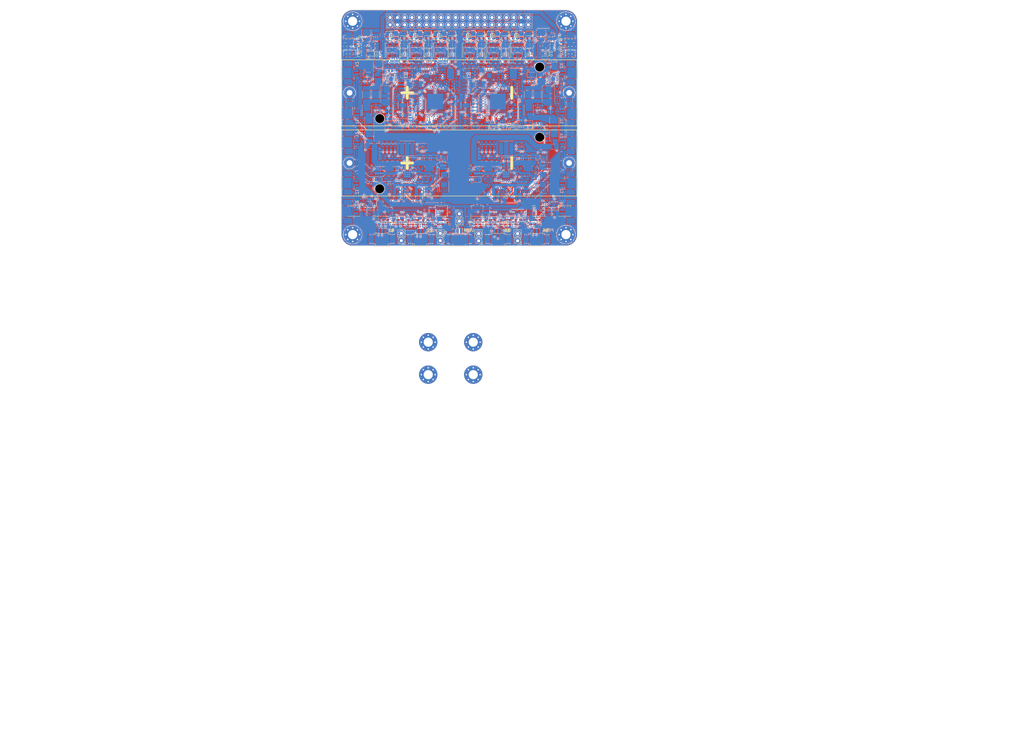
<source format=kicad_pcb>
(kicad_pcb (version 20210623) (generator pcbnew)

  (general
    (thickness 1)
  )

  (paper "A4")
  (title_block
    (title "BUTCube - EPS")
    (date "2021-08-20")
    (rev "v1.0")
    (company "VUT - FIT(STRaDe) & FME(IAE & IPE)")
    (comment 1 "Author: Petr Malaník")
  )

  (layers
    (0 "F.Cu" signal)
    (1 "In1.Cu" power)
    (2 "In2.Cu" mixed)
    (31 "B.Cu" signal)
    (32 "B.Adhes" user "B.Adhesive")
    (33 "F.Adhes" user "F.Adhesive")
    (34 "B.Paste" user)
    (35 "F.Paste" user)
    (36 "B.SilkS" user "B.Silkscreen")
    (37 "F.SilkS" user "F.Silkscreen")
    (38 "B.Mask" user)
    (39 "F.Mask" user)
    (40 "Dwgs.User" user "User.Drawings")
    (41 "Cmts.User" user "User.Comments")
    (42 "Eco1.User" user "User.Eco1")
    (43 "Eco2.User" user "User.Eco2")
    (44 "Edge.Cuts" user)
    (45 "Margin" user)
    (46 "B.CrtYd" user "B.Courtyard")
    (47 "F.CrtYd" user "F.Courtyard")
    (48 "B.Fab" user)
    (49 "F.Fab" user)
    (50 "User.1" user)
    (51 "User.2" user)
    (52 "User.3" user)
    (53 "User.4" user)
    (54 "User.5" user)
    (55 "User.6" user)
    (56 "User.7" user)
    (57 "User.8" user)
    (58 "User.9" user)
  )

  (setup
    (stackup
      (layer "F.SilkS" (type "Top Silk Screen"))
      (layer "F.Paste" (type "Top Solder Paste"))
      (layer "F.Mask" (type "Top Solder Mask") (color "Green") (thickness 0.01))
      (layer "F.Cu" (type "copper") (thickness 0.035))
      (layer "dielectric 1" (type "core") (thickness 0.28) (material "FR4") (epsilon_r 4.5) (loss_tangent 0.02))
      (layer "In1.Cu" (type "copper") (thickness 0.035))
      (layer "dielectric 2" (type "prepreg") (thickness 0.28) (material "FR4") (epsilon_r 4.5) (loss_tangent 0.02))
      (layer "In2.Cu" (type "copper") (thickness 0.035))
      (layer "dielectric 3" (type "core") (thickness 0.28) (material "FR4") (epsilon_r 4.5) (loss_tangent 0.02))
      (layer "B.Cu" (type "copper") (thickness 0.035))
      (layer "B.Mask" (type "Bottom Solder Mask") (color "Green") (thickness 0.01))
      (layer "B.Paste" (type "Bottom Solder Paste"))
      (layer "B.SilkS" (type "Bottom Silk Screen"))
      (copper_finish "Immersion gold")
      (dielectric_constraints no)
    )
    (pad_to_mask_clearance 0)
    (pcbplotparams
      (layerselection 0x00010fc_ffffffff)
      (disableapertmacros false)
      (usegerberextensions false)
      (usegerberattributes true)
      (usegerberadvancedattributes true)
      (creategerberjobfile true)
      (svguseinch false)
      (svgprecision 6)
      (excludeedgelayer true)
      (plotframeref false)
      (viasonmask false)
      (mode 1)
      (useauxorigin false)
      (hpglpennumber 1)
      (hpglpenspeed 20)
      (hpglpendiameter 15.000000)
      (dxfpolygonmode true)
      (dxfimperialunits true)
      (dxfusepcbnewfont true)
      (psnegative false)
      (psa4output false)
      (plotreference true)
      (plotvalue true)
      (plotinvisibletext false)
      (sketchpadsonfab false)
      (subtractmaskfromsilk false)
      (outputformat 1)
      (mirror false)
      (drillshape 1)
      (scaleselection 1)
      (outputdirectory "")
    )
  )

  (net 0 "")
  (net 1 "Net-(C1-Pad1)")
  (net 2 "VBUS")
  (net 3 "/Unit #1/MCU/MCU_POWER")
  (net 4 "/Unit #1/Battery charger/SOLAR_IN")
  (net 5 "/USB power/USB_POWER")
  (net 6 "Net-(C6-Pad1)")
  (net 7 "Net-(C6-Pad2)")
  (net 8 "Net-(C7-Pad1)")
  (net 9 "GND")
  (net 10 "Net-(C7-Pad2)")
  (net 11 "Net-(C8-Pad1)")
  (net 12 "/Unit #1/Battery charger/PMID")
  (net 13 "/Unit #1/Battery charger/SYS")
  (net 14 "/Unit #1/Battery charger/REGN")
  (net 15 "/Unit #1/Activation control/PWR_OUT")
  (net 16 "Net-(C29-Pad1)")
  (net 17 "/Unit #1/MCU/OUT_CUR")
  (net 18 "Net-(C32-Pad1)")
  (net 19 "/Unit #1/MCU/VREF")
  (net 20 "Net-(C47-Pad1)")
  (net 21 "/Unit #2/MCU/MCU_POWER")
  (net 22 "/Unit #2/Battery charger/SOLAR_IN")
  (net 23 "Net-(C52-Pad1)")
  (net 24 "Net-(C52-Pad2)")
  (net 25 "Net-(C53-Pad1)")
  (net 26 "Net-(C53-Pad2)")
  (net 27 "Net-(C54-Pad1)")
  (net 28 "/Unit #2/Battery charger/PMID")
  (net 29 "/Unit #2/Battery charger/SYS")
  (net 30 "/Unit #2/Battery charger/REGN")
  (net 31 "/Unit #2/Activation control/PWR_OUT")
  (net 32 "Net-(C75-Pad1)")
  (net 33 "/Unit #2/MCU/OUT_CUR")
  (net 34 "Net-(C78-Pad1)")
  (net 35 "/Unit #2/MCU/VREF")
  (net 36 "Net-(C93-Pad1)")
  (net 37 "Net-(C94-Pad1)")
  (net 38 "/Unit #1/Output control/PWR_OUT")
  (net 39 "Net-(C96-Pad1)")
  (net 40 "Net-(C97-Pad1)")
  (net 41 "/Unit #2/Output control/PWR_OUT")
  (net 42 "Net-(C101-Pad1)")
  (net 43 "Net-(C102-Pad1)")
  (net 44 "Net-(C106-Pad1)")
  (net 45 "Net-(C107-Pad1)")
  (net 46 "Net-(C111-Pad1)")
  (net 47 "Net-(C112-Pad1)")
  (net 48 "Net-(C116-Pad1)")
  (net 49 "Net-(C117-Pad1)")
  (net 50 "Net-(C121-Pad1)")
  (net 51 "Net-(C122-Pad1)")
  (net 52 "/Unit #1/ADC/VBAT_CUR")
  (net 53 "/Unit #2/ADC/VBAT_CUR")
  (net 54 "Net-(C129-Pad1)")
  (net 55 "Net-(C130-Pad1)")
  (net 56 "Net-(C131-Pad1)")
  (net 57 "Net-(C132-Pad1)")
  (net 58 "Net-(C133-Pad1)")
  (net 59 "/Unit #2/Activation control/Activation logic/PWR_IN")
  (net 60 "Net-(C138-Pad1)")
  (net 61 "Net-(C139-Pad1)")
  (net 62 "Net-(C140-Pad1)")
  (net 63 "Net-(C141-Pad1)")
  (net 64 "Net-(C142-Pad1)")
  (net 65 "/Unit #1/Activation control/Activation logic/PWR_IN")
  (net 66 "Net-(D2-Pad2)")
  (net 67 "/Stack connector/CAN_L")
  (net 68 "/Stack connector/CAN_H")
  (net 69 "/Unit #1/ADC/1V8_CUR")
  (net 70 "/Unit #2/ADC/1V8_CUR")
  (net 71 "/Unit #1/ADC/3V3_CUR")
  (net 72 "/Unit #2/ADC/3V3_CUR")
  (net 73 "/Unit #1/ADC/5V_CUR")
  (net 74 "/Unit #2/ADC/5V_CUR")
  (net 75 "/Unit #1/Activation control/PWR_IN")
  (net 76 "/Unit #1/MCU/POWER")
  (net 77 "Net-(F3-Pad2)")
  (net 78 "/Unit #2/Activation control/PWR_IN")
  (net 79 "/Unit #2/MCU/POWER")
  (net 80 "Net-(F6-Pad2)")
  (net 81 "Net-(F7-Pad1)")
  (net 82 "/Unit #1/1V8")
  (net 83 "Net-(F8-Pad1)")
  (net 84 "/Unit #2/1V8")
  (net 85 "Net-(F9-Pad1)")
  (net 86 "/Unit #1/3V3")
  (net 87 "Net-(F10-Pad1)")
  (net 88 "/Unit #2/3V3")
  (net 89 "Net-(F11-Pad1)")
  (net 90 "/Unit #1/5V")
  (net 91 "Net-(F12-Pad1)")
  (net 92 "/Unit #2/5V")
  (net 93 "Net-(F13-Pad1)")
  (net 94 "/Unit #1/VBAT")
  (net 95 "Net-(F14-Pad1)")
  (net 96 "/Unit #2/VBAT")
  (net 97 "Net-(J7-Pad1)")
  (net 98 "/Unit #1/MCU/DBG_TX")
  (net 99 "/Unit #1/MCU/DBG_RX")
  (net 100 "/Unit #1/MCU/SWCLK")
  (net 101 "/Unit #1/MCU/SWDIO")
  (net 102 "/Unit #1/Battery temperature control/NTC_OUT")
  (net 103 "Net-(J11-Pad1)")
  (net 104 "/Stack connector/EPS#1_CHARGE")
  (net 105 "/Stack connector/RS_485_~{B}")
  (net 106 "/Stack connector/RS_485_A")
  (net 107 "/Stack connector/EPS#2_CHARGE")
  (net 108 "Net-(J19-Pad1)")
  (net 109 "/Unit #2/MCU/DBG_TX")
  (net 110 "/Unit #2/MCU/DBG_RX")
  (net 111 "/Unit #2/MCU/SWCLK")
  (net 112 "/Unit #2/MCU/SWDIO")
  (net 113 "/Unit #2/Battery temperature control/NTC_OUT")
  (net 114 "Net-(J23-Pad1)")
  (net 115 "/Activation switches/RBF_PIN")
  (net 116 "/Activation switches/SW_#1")
  (net 117 "/Activation switches/SW_#2")
  (net 118 "/Activation switches/SW_#3")
  (net 119 "/Activation switches/SW_#4")
  (net 120 "Net-(JP1-Pad2)")
  (net 121 "Net-(JP2-Pad1)")
  (net 122 "/Unit #1/MCU/NRST")
  (net 123 "Net-(JP3-Pad1)")
  (net 124 "Net-(JP3-Pad2)")
  (net 125 "Net-(JP4-Pad2)")
  (net 126 "Net-(JP5-Pad1)")
  (net 127 "/Unit #2/MCU/NRST")
  (net 128 "Net-(JP6-Pad1)")
  (net 129 "Net-(JP6-Pad2)")
  (net 130 "Net-(L3-Pad1)")
  (net 131 "Net-(L3-Pad2)")
  (net 132 "Net-(L4-Pad1)")
  (net 133 "Net-(L4-Pad2)")
  (net 134 "Net-(L5-Pad1)")
  (net 135 "Net-(L5-Pad2)")
  (net 136 "Net-(L6-Pad1)")
  (net 137 "Net-(L6-Pad2)")
  (net 138 "Net-(L7-Pad1)")
  (net 139 "Net-(L7-Pad2)")
  (net 140 "Net-(L8-Pad1)")
  (net 141 "Net-(L8-Pad2)")
  (net 142 "Net-(Q1-PadG1)")
  (net 143 "Net-(Q1-PadS1)")
  (net 144 "Net-(Q2-PadG1)")
  (net 145 "Net-(Q2-PadS1)")
  (net 146 "/Unit #1/Activation control/Activation logic/SEP_EN")
  (net 147 "Net-(Q3-Pad5)")
  (net 148 "/Unit #1/Activation control/Activation logic/RBF_EN")
  (net 149 "Net-(Q5-Pad1)")
  (net 150 "Net-(Q5-Pad3)")
  (net 151 "Net-(Q7-Pad1)")
  (net 152 "Net-(Q7-Pad4)")
  (net 153 "Net-(Q7-Pad5)")
  (net 154 "Net-(Q9-PadG1)")
  (net 155 "Net-(Q9-PadS1)")
  (net 156 "Net-(Q10-PadG1)")
  (net 157 "Net-(Q10-PadS1)")
  (net 158 "/Unit #2/Activation control/Activation logic/SEP_EN")
  (net 159 "Net-(Q11-Pad5)")
  (net 160 "/Unit #2/Activation control/Activation logic/RBF_EN")
  (net 161 "Net-(Q13-Pad1)")
  (net 162 "Net-(Q13-Pad3)")
  (net 163 "Net-(Q15-Pad1)")
  (net 164 "Net-(Q15-Pad4)")
  (net 165 "Net-(Q15-Pad5)")
  (net 166 "Net-(Q17-Pad4)")
  (net 167 "Net-(Q17-Pad5)")
  (net 168 "Net-(Q18-Pad1)")
  (net 169 "Net-(Q18-Pad4)")
  (net 170 "Net-(Q19-Pad4)")
  (net 171 "Net-(Q19-Pad5)")
  (net 172 "Net-(Q20-Pad1)")
  (net 173 "Net-(Q20-Pad4)")
  (net 174 "/Unit #1/Power supplies/Power_supply_1V8/PER_POWER")
  (net 175 "/Unit #1/MCU/1V8_EN")
  (net 176 "/Unit #2/Power supplies/Power_supply_1V8/PER_POWER")
  (net 177 "/Unit #2/MCU/1V8_EN")
  (net 178 "/Unit #1/MCU/3V3_EN")
  (net 179 "/Unit #2/MCU/3V3_EN")
  (net 180 "/Unit #1/Power supplies/Power_supply_5V/PER_POWER")
  (net 181 "/Unit #1/MCU/5V_EN")
  (net 182 "/Unit #2/Power supplies/Power_supply_5V/PER_POWER")
  (net 183 "/Unit #2/MCU/5V_EN")
  (net 184 "Net-(Q27-Pad1)")
  (net 185 "/Unit #1/MCU/VBAT_EN")
  (net 186 "Net-(Q28-Pad1)")
  (net 187 "/Unit #2/MCU/VBAT_EN")
  (net 188 "/Unit #1/Battery charger/D+")
  (net 189 "/Unit #1/Battery charger/D-")
  (net 190 "Net-(R5-Pad2)")
  (net 191 "Net-(R6-Pad2)")
  (net 192 "Net-(R7-Pad1)")
  (net 193 "Net-(R8-Pad2)")
  (net 194 "Net-(D1-Pad2)")
  (net 195 "Net-(R11-Pad1)")
  (net 196 "Net-(R16-Pad2)")
  (net 197 "Net-(R17-Pad2)")
  (net 198 "Net-(R18-Pad2)")
  (net 199 "Net-(R21-Pad2)")
  (net 200 "Net-(R22-Pad1)")
  (net 201 "Net-(R24-Pad2)")
  (net 202 "/Unit #1/MCU/VBAT")
  (net 203 "/Unit #1/MCU/VDDUSB")
  (net 204 "Net-(R30-Pad1)")
  (net 205 "/Unit #1/MCU/CAN_RS")
  (net 206 "/Unit #1/MCU/RS_485_R_EN")
  (net 207 "/Unit #1/MCU/RS_485_T_EN")
  (net 208 "/Unit #1/Battery temperature control/EN")
  (net 209 "/Unit #1/Battery temperature control/NTC_REF")
  (net 210 "/Unit #2/Battery charger/D+")
  (net 211 "/Unit #2/Battery charger/D-")
  (net 212 "Net-(R47-Pad2)")
  (net 213 "Net-(R57-Pad2)")
  (net 214 "/Unit #2/MCU/VBAT")
  (net 215 "/Unit #2/MCU/VDDUSB")
  (net 216 "/Unit #2/MCU/CAN_RS")
  (net 217 "/Unit #2/MCU/RS_485_R_EN")
  (net 218 "/Unit #2/MCU/RS_485_T_EN")
  (net 219 "/Unit #2/Battery temperature control/EN")
  (net 220 "/Unit #2/Battery temperature control/NTC_REF")
  (net 221 "Net-(R82-Pad1)")
  (net 222 "Net-(R91-Pad2)")
  (net 223 "Net-(R98-Pad2)")
  (net 224 "Net-(R105-Pad2)")
  (net 225 "Net-(R112-Pad2)")
  (net 226 "Net-(R119-Pad2)")
  (net 227 "/Unit #1/Battery temperature control/~{FAULT}")
  (net 228 "/Unit #2/Battery temperature control/~{FAULT}")
  (net 229 "Net-(TP61-Pad1)")
  (net 230 "Net-(TP62-Pad1)")
  (net 231 "Net-(TP63-Pad1)")
  (net 232 "Net-(TP64-Pad1)")
  (net 233 "Net-(TP67-Pad1)")
  (net 234 "Net-(TP69-Pad1)")
  (net 235 "Net-(TP70-Pad1)")
  (net 236 "Net-(TP71-Pad1)")
  (net 237 "Net-(TP72-Pad1)")
  (net 238 "Net-(TP75-Pad1)")
  (net 239 "/Unit #1/ADC/~{CS}")
  (net 240 "/Unit #1/MCU/SPI_MISO")
  (net 241 "/Unit #1/MCU/SPI_SCK")
  (net 242 "/Unit #1/MCU/SPI_MOSI")
  (net 243 "Net-(D1-Pad1)")
  (net 244 "/Unit #1/Battery charger/SCL")
  (net 245 "/Unit #1/Battery charger/SDA")
  (net 246 "/Unit #1/Battery charger/~{INT}")
  (net 247 "/Unit #1/MCU/WDG_RESET")
  (net 248 "/Unit #1/MCU/FRAM_CS")
  (net 249 "/Unit #1/MCU/LSE")
  (net 250 "/Unit #1/MCU/HSE")
  (net 251 "/Unit #1/Battery charger/BAT_ALERT")
  (net 252 "/Unit #1/MCU/RS_485_R")
  (net 253 "/Unit #1/MCU/RS_485_T")
  (net 254 "/Unit #1/MCU/CAN_RX")
  (net 255 "/Unit #1/MCU/CAN_TX")
  (net 256 "/Unit #2/ADC/~{CS}")
  (net 257 "/Unit #2/MCU/SPI_MISO")
  (net 258 "/Unit #2/MCU/SPI_SCK")
  (net 259 "/Unit #2/MCU/SPI_MOSI")
  (net 260 "Net-(D5-Pad1)")
  (net 261 "/Unit #2/Battery charger/SCL")
  (net 262 "/Unit #2/Battery charger/SDA")
  (net 263 "/Unit #2/Battery charger/~{INT}")
  (net 264 "/Unit #2/MCU/WDG_RESET")
  (net 265 "/Unit #2/MCU/FRAM_CS")
  (net 266 "/Unit #2/MCU/LSE")
  (net 267 "/Unit #2/MCU/HSE")
  (net 268 "/Unit #2/Battery charger/BAT_ALERT")
  (net 269 "/Unit #2/MCU/RS_485_R")
  (net 270 "/Unit #2/MCU/RS_485_T")
  (net 271 "/Unit #2/MCU/CAN_RX")
  (net 272 "/Unit #2/MCU/CAN_TX")
  (net 273 "Net-(U52-Pad6)")
  (net 274 "Net-(U53-Pad8)")
  (net 275 "Net-(U54-Pad12)")
  (net 276 "Net-(U48-Pad6)")
  (net 277 "Net-(U48-Pad8)")
  (net 278 "Net-(U48-Pad12)")
  (net 279 "Net-(U49-Pad10)")
  (net 280 "Net-(U49-Pad8)")
  (net 281 "Net-(U49-Pad12)")
  (net 282 "Net-(U50-Pad12)")
  (net 283 "Net-(U52-Pad8)")
  (net 284 "Net-(U52-Pad12)")
  (net 285 "Net-(U53-Pad10)")
  (net 286 "Net-(U53-Pad12)")
  (net 287 "Net-(D4-Pad1)")
  (net 288 "Net-(D7-Pad1)")
  (net 289 "Net-(D7-Pad2)")
  (net 290 "Net-(D8-Pad2)")
  (net 291 "Net-(D10-Pad1)")
  (net 292 "Net-(D11-Pad1)")
  (net 293 "/Unit #1/MCU/LED1")
  (net 294 "/Unit #1/MCU/LED2")
  (net 295 "Net-(R41-Pad1)")
  (net 296 "Net-(R46-Pad2)")
  (net 297 "Net-(R48-Pad1)")
  (net 298 "Net-(R49-Pad2)")
  (net 299 "Net-(R52-Pad1)")
  (net 300 "Net-(R58-Pad2)")
  (net 301 "Net-(R59-Pad2)")
  (net 302 "Net-(R62-Pad2)")
  (net 303 "Net-(R63-Pad1)")
  (net 304 "Net-(R65-Pad2)")
  (net 305 "Net-(R71-Pad1)")
  (net 306 "/Unit #2/MCU/LED1")
  (net 307 "/Unit #2/MCU/LED2")
  (net 308 "Net-(R84-Pad1)")
  (net 309 "Net-(R86-Pad1)")
  (net 310 "Net-(R88-Pad2)")
  (net 311 "Net-(R89-Pad1)")
  (net 312 "Net-(R95-Pad2)")
  (net 313 "Net-(R96-Pad1)")
  (net 314 "Net-(R102-Pad2)")
  (net 315 "Net-(R103-Pad1)")
  (net 316 "Net-(R109-Pad2)")
  (net 317 "Net-(R110-Pad1)")
  (net 318 "Net-(R116-Pad2)")
  (net 319 "Net-(R117-Pad1)")
  (net 320 "Net-(R123-Pad2)")
  (net 321 "Net-(R124-Pad1)")
  (net 322 "Net-(R126-Pad2)")
  (net 323 "Net-(R132-Pad2)")
  (net 324 "Net-(R137-Pad2)")
  (net 325 "/Unit #1/Battery charger/BAT+")
  (net 326 "/Unit #2/Battery charger/BAT+")
  (net 327 "/Unit #1/ADC/VBAT_DIV")
  (net 328 "/Unit #1/ADC/3V3_DIV")
  (net 329 "/Unit #1/ADC/5V_DIV")
  (net 330 "/Unit #2/ADC/VBAT_DIV")
  (net 331 "/Unit #2/ADC/3V3_DIV")
  (net 332 "/Unit #2/ADC/5V_DIV")
  (net 333 "unconnected-(J12-Pad11)")
  (net 334 "unconnected-(J12-Pad12)")
  (net 335 "unconnected-(J12-Pad13)")
  (net 336 "unconnected-(J12-Pad14)")
  (net 337 "unconnected-(J12-Pad15)")
  (net 338 "unconnected-(J12-Pad16)")
  (net 339 "unconnected-(J12-Pad17)")
  (net 340 "unconnected-(J12-Pad18)")
  (net 341 "unconnected-(J12-Pad23)")
  (net 342 "unconnected-(J12-Pad24)")
  (net 343 "unconnected-(J12-Pad25)")
  (net 344 "unconnected-(J12-Pad26)")
  (net 345 "unconnected-(J12-Pad27)")
  (net 346 "unconnected-(J12-Pad28)")
  (net 347 "unconnected-(J12-Pad29)")
  (net 348 "unconnected-(J12-Pad30)")
  (net 349 "/Unit #1/ADC/CONV_EN")
  (net 350 "Net-(Q29-Pad3)")
  (net 351 "Net-(Q30-Pad3)")
  (net 352 "Net-(Q31-Pad3)")
  (net 353 "/Unit #2/ADC/CONV_EN")
  (net 354 "Net-(Q32-Pad3)")
  (net 355 "Net-(Q33-Pad3)")
  (net 356 "Net-(Q34-Pad3)")
  (net 357 "unconnected-(U6-Pad3)")
  (net 358 "unconnected-(U8-Pad3)")
  (net 359 "unconnected-(U9-Pad4)")
  (net 360 "unconnected-(U9-Pad10)")
  (net 361 "unconnected-(U10-Pad3)")
  (net 362 "unconnected-(U12-Pad7)")
  (net 363 "unconnected-(U19-Pad3)")
  (net 364 "unconnected-(U21-Pad3)")
  (net 365 "unconnected-(U22-Pad4)")
  (net 366 "unconnected-(U22-Pad10)")
  (net 367 "unconnected-(U23-Pad3)")
  (net 368 "unconnected-(U25-Pad7)")
  (net 369 "unconnected-(U27-Pad1)")
  (net 370 "unconnected-(U30-Pad1)")
  (net 371 "unconnected-(U50-Pad8)")
  (net 372 "unconnected-(U54-Pad8)")
  (net 373 "unconnected-(X1-Pad1)")
  (net 374 "unconnected-(X3-Pad1)")

  (footprint "Diode_SMD:D_SOD-323F" (layer "F.Cu") (at 95.1 59.325 180))

  (footprint "TCY_passives:R_0603_1608Metric" (layer "F.Cu") (at 163.8 54.2 90))

  (footprint "TCY_passives:R_0603_1608Metric" (layer "F.Cu") (at 93.1 53.725 90))

  (footprint "TCY_passives:D_0603_1608Metric" (layer "F.Cu") (at 86.3 56.8 -90))

  (footprint "MountingHole:MountingHole_3.2mm_M3_Pad_Via" (layer "F.Cu") (at 89 122.5))

  (footprint "TCY_passives:R_0603_1608Metric" (layer "F.Cu") (at 107.05 58.2))

  (footprint "TCY_connectors:TestPoint_Pad_D0.5mm" (layer "F.Cu") (at 158.4 59.9))

  (footprint "TCY_connectors:Amphenol_10114830-11102LF_1x02_P1.25mm_Horizontal" (layer "F.Cu") (at 99.25 122))

  (footprint "TCY_passives:R_0603_1608Metric" (layer "F.Cu") (at 113.7 118.2 -90))

  (footprint "TCY_passives:R_0603_1608Metric" (layer "F.Cu") (at 151.187255 118.138244 -90))

  (footprint "TCY_passives:R_0603_1608Metric" (layer "F.Cu") (at 162.6 54.2 -90))

  (footprint "TCY_IC:DFN-3_1.2x1.2mm" (layer "F.Cu") (at 161 53.7))

  (footprint "Connector_PinHeader_2.54mm:PinHeader_1x02_P2.54mm_Vertical" (layer "F.Cu") (at 146.6 124.675 180))

  (footprint "TCY_passives:R_0603_1608Metric" (layer "F.Cu") (at 115.45 55.4))

  (footprint "TCY_passives:R_0603_1608Metric" (layer "F.Cu") (at 150.8 54 180))

  (footprint "TCY_passives:R_0603_1608Metric" (layer "F.Cu") (at 89.9 54.2 90))

  (footprint "TCY_passives:R_0603_1608Metric" (layer "F.Cu") (at 131.987255 118.138244 90))

  (footprint "TCY_passives:D_0603_1608Metric" (layer "F.Cu") (at 86.3 54.2 -90))

  (footprint "TCY_passives:C_0603_1608Metric" (layer "F.Cu") (at 165 54.2 90))

  (footprint "TCY_passives:R_0603_1608Metric" (layer "F.Cu") (at 88.7 54.2 -90))

  (footprint "TCY_connectors:TestPoint_Pad_D0.5mm" (layer "F.Cu") (at 114.675 59.5))

  (footprint "TCY_passives:R_0603_1608Metric" (layer "F.Cu") (at 89.9 56.8 90))

  (footprint "TCY_connectors:TestPoint_Pad_D0.5mm" (layer "F.Cu") (at 107.825 59.5))

  (footprint "TCY_connectors:TestPoint_Pad_D0.5mm" (layer "F.Cu") (at 124.625 59.5))

  (footprint "TCY_IC:DFN-3_1.2x1.2mm" (layer "F.Cu") (at 91.5 54.7 180))

  (footprint "Diode_SMD:D_SOD-323F" (layer "F.Cu") (at 106.7 52.25 180))

  (footprint "TCY_passives:C_0603_1608Metric" (layer "F.Cu") (at 138.787255 118.138244 -90))

  (footprint "TCY_passives:R_0603_1608Metric" (layer "F.Cu") (at 120.5 118.2 90))

  (footprint "Diode_SMD:D_SOD-323F" (layer "F.Cu") (at 133.65 52.25 180))

  (footprint "Package_DFN_QFN:UQFN-10_1.4x1.8mm_P0.4mm" (layer "F.Cu") (at 157.2 56.6))

  (footprint "TCY_connectors:TestPoint_Pad_D0.5mm" (layer "F.Cu") (at 105.35 54.7))

  (footprint "TCY_passives:C_0603_1608Metric" (layer "F.Cu") (at 93.6 56.625 90))

  (footprint "TCY_passives:C_0603_1608Metric" (layer "F.Cu") (at 115.45 60.7))

  (footprint "TCY_connectors:TestPoint_Pad_D0.5mm" (layer "F.Cu") (at 143.175 59.5))

  (footprint "TCY_connectors:Amphenol_10114830-11102LF_1x02_P1.25mm_Horizontal" (layer "F.Cu") (at 126.25 122.02))

  (footprint "TCY_passives:R_0603_1608Metric" (layer "F.Cu") (at 123.85 54 180))

  (footprint "TCY_passives:RV_3x3.6" (layer "F.Cu") (at 102.6 53 90))

  (footprint "TCY_passives:R_0603_1608Metric" (layer "F.Cu") (at 137.187255 118.138244 90))

  (footprint "TCY_passives:R_0603_1608Metric" (layer "F.Cu") (at 115.3 118.2 90))

  (footprint "TCY_passives:R_0603_1608Metric" (layer "F.Cu") (at 147.587255 118.138244 90))

  (footprint "TCY_connectors:TestPoint_Pad_D0.5mm" (layer "F.Cu") (at 158.4 58.7))

  (footprint "TCY_IC:DFN-3_1.2x1.2mm" (layer "F.Cu") (at 161 58.9))

  (footprint "TCY_passives:C_0603_1608Metric" (layer "F.Cu") (at 154.387255 118.138244 -90))

  (footprint "TCY_passives:C_0603_1608Metric" (layer "F.Cu") (at 106.5 118.2 -90))

  (footprint "Diode_SMD:D_SOD-323F" (layer "F.Cu") (at 123.5 52.25 180))

  (footprint "TCY_passives:R_0603_1608Metric" (layer "F.Cu") (at 94.5 53.725 90))

  (footprint "TCY_connectors:TestPoint_Pad_D0.5mm" (layer "F.Cu") (at 140.7 54.7))

  (footprint "TCY_connectors:TestPoint_Pad_D0.5mm" (layer "F.Cu") (at 150.025 59.5))

  (footprint "TCY_passives:R_0603_1608Metric" (layer "F.Cu") (at 145.987255 118.138244 -90))

  (footprint "TCY_passives:R_0603_1608Metric" (layer "F.Cu") (at 150.8 56.8 180))

  (footprint "TCY_passives:R_0603_1608Metric" (layer "F.Cu") (at 89.9 59.4 90))

  (footprint "Inductor_SMD:L_Taiyo-Yuden_MD-5050" (layer "F.Cu") (at 129.9 58.1 -90))

  (footprint "TCY_passives:C_0603_1608Metric" (layer "F.Cu") (at 156.9 53.675 90))

  (footprint "TCY_connectors:TestPoint_Pad_D0.5mm" (layer "F.Cu") (at 97.4 59.925))

  (footprint "TCY_connectors:TestPoint_Pad_D0.5mm" (layer "F.Cu") (at 132.3 54.7))

  (footprint "MountingHole:MountingHole_3.2mm_M3_Pad_Via" (layer "F.Cu") (at 131.12 160.06))

  (footprint "Inductor_SMD:L_Taiyo-Yuden_MD-5050" (layer "F.Cu") (at 119.75 58.1 -90))

  (footprint "TCY_passives:R_0603_1608Metric" (layer "F.Cu") (at 155.5 53.7 90))

  (footprint "TCY_passives:R_0603_1608Metric" (layer "F.Cu") (at 150.8 58.2))

  (footprint "Connector_PinHeader_2.54mm:PinHeader_1x02_P2.54mm_Vertical" (layer "F.Cu") (at 106 124.6 180))

  (footprint "TCY_passives:R_0603_1608Metric" (layer "F.Cu") (at 107.05 54 180))

  (footprint "TCY_passives:C_0603_1608Metric" (layer "F.Cu") (at 165 59.4 90))

  (footprint "MountingHole:MountingHole_3.2mm_M3_Pad_Via" (layer "F.Cu") (at 131.12 171.4))

  (footprint "TCY_passives:R_0603_1608Metric" (layer "F.Cu") (at 150.8 55.4))

  (footprint "TCY_passives:C_0603_1608Metric" (layer "F.Cu")
    (tedit 612761EB) (tstamp 6de1803c-e001-4c3f-8af1-994b12330671)
    (at 116.9 118.2 -90)
    (descr "Capacitor SMD 0603 (1608 Metric), square (rectangular) end terminal, IPC_7351 nominal, (Body size source: IPC-SM-782 page 76, https://www.pcb-3d.com/wordpress/wp-content/uploads/ipc-sm-782a_amendment_1_and_2.pdf), generated with kicad-footprint-generator")
    (tags "capacitor")
    (property "Sheetfile" "Activation_logic.kicad_sch")
    (property "Sheetname" "Activation logic")
    (path "/3fbfe5f5-450c-4c51-813c-f3d5ddddd4e3/855c8417-ab94-4328-91c9-4e7cdd76a6fe/3e102a28-d5a4-4d2c-b73e-7fe3de18252f/f444c82e-bfd4-43c4-ad99-599ee10a62d3")
    (attr smd)
    (fp_text reference "C142" (at 0 -1.43 -90) (layer "F.SilkS") hide
      (effects (font (size 1 1) (thickness 0.15)))
      (tstamp 28c671c8-9321-4752-b33e-509ab608bb29)
    )
    (fp_text value "100nF" (at 0 1.43 -90) (layer "F.Fab")
      (effects (font (size 1 1) (thickness 0.15)))
      (tstamp f26243ce-ed8d-4e1d-bb68-6711d1c548ca)
    )
    (fp_text user "${REFERENCE}" (at 0 0 -90) (layer "F.Fab") hide
      (effects (font (size 0.4 0.4) (thickness 0.06)))
      (tstamp 0c90640f-70b0-4a4e-8904-2c219c398027)
    )
    (fp_line (start -0.14058 0.45) (end 0.14058 0.45) (layer "F.SilkS") (width 0.12) (tstamp 526ea572-701d-4b43-9866-ade3b3639b27))
    (fp_line (start -0.14058 -0.45) (end 0.14058 -0.45) (layer "F.SilkS") (width 0.12) (tstamp 69d80e71-8a2c-4530-8d6d-dfe21d47e6c6))
    (fp_line (start 1.25 0.6) (end -1.25 0.6) (layer "F.CrtYd") (width 0.05) (tstamp 03c988f0-fa63-486c-a06a-98bba0c6227b))
    (fp_line (start -1.25 -0.6) (end 1.25 -0.6) (layer "F.CrtYd") (width 0.05) (tstamp 4af2a973-ac35-4841-b4f3-7c203eefb93d))
    (fp_line (start 1.25 -0.6) (end 1.25 0.6) (layer "F.CrtYd") (width 0.05) (tstamp 75e3f2f9-d473-4a0b-a6ee-414745589bd5))
    (fp_line (start -1.25 0.6) (end -1.25 -0.6) (layer "F.CrtYd") (width 0.05) (tstamp 9ca673bf-a584-4f2c-85f1-db71e467dc95))
    (fp_line (start -0.8 -0.4) (end 0.8 -0.4) (layer "F.Fab") (width 0.1) (tstamp 178e7c79-1a3a-49a9-a9c9-7a29f49d71b6))
    (fp_line (start 0.8 -0.4) (end 0.8 0.4) (layer "F.Fab") (width 0.1) (tst
... [8684203 chars truncated]
</source>
